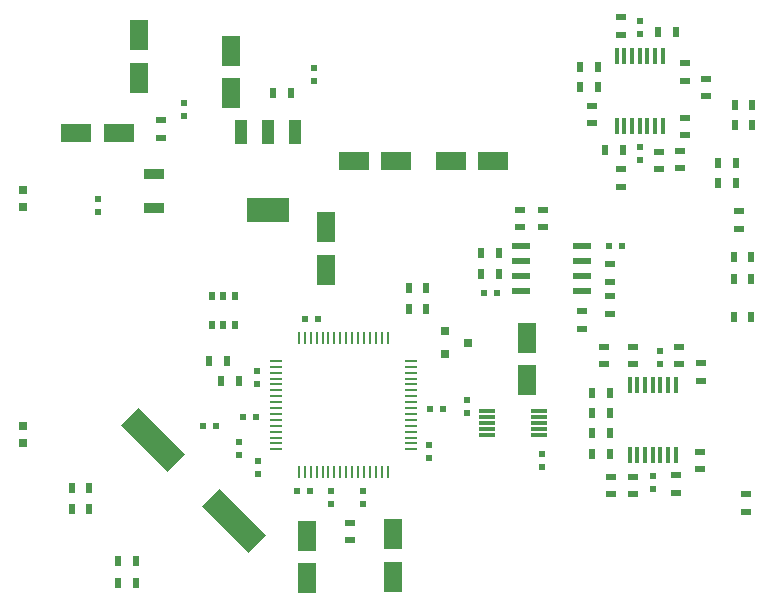
<source format=gbr>
%TF.GenerationSoftware,KiCad,Pcbnew,8.0.2*%
%TF.CreationDate,2025-12-07T10:49:54+01:00*%
%TF.ProjectId,Helios,48656c69-6f73-42e6-9b69-6361645f7063,rev?*%
%TF.SameCoordinates,Original*%
%TF.FileFunction,Paste,Top*%
%TF.FilePolarity,Positive*%
%FSLAX46Y46*%
G04 Gerber Fmt 4.6, Leading zero omitted, Abs format (unit mm)*
G04 Created by KiCad (PCBNEW 8.0.2) date 2025-12-07 10:49:54*
%MOMM*%
%LPD*%
G01*
G04 APERTURE LIST*
G04 Aperture macros list*
%AMRotRect*
0 Rectangle, with rotation*
0 The origin of the aperture is its center*
0 $1 length*
0 $2 width*
0 $3 Rotation angle, in degrees counterclockwise*
0 Add horizontal line*
21,1,$1,$2,0,0,$3*%
G04 Aperture macros list end*
%ADD10R,0.900000X0.500000*%
%ADD11R,3.657600X2.032000*%
%ADD12R,1.016000X2.032000*%
%ADD13R,0.500000X0.600000*%
%ADD14R,0.600000X0.500000*%
%ADD15R,0.797560X0.797560*%
%ADD16R,1.700000X0.900000*%
%ADD17R,0.500000X0.900000*%
%ADD18R,0.550000X0.800000*%
%ADD19R,0.800100X0.800100*%
%ADD20R,1.400000X0.300000*%
%ADD21R,0.450000X1.450000*%
%ADD22R,1.550000X0.600000*%
%ADD23R,0.250000X1.000000*%
%ADD24R,1.000000X0.250000*%
%ADD25RotRect,5.600700X2.100580X135.000000*%
%ADD26R,2.600960X1.600200*%
%ADD27R,1.600200X2.600960*%
G04 APERTURE END LIST*
D10*
%TO.C,R32*%
X150800000Y-126550000D03*
X150800000Y-128050000D03*
%TD*%
D11*
%TO.C,U2*%
X121800000Y-122002000D03*
D12*
X121800000Y-115398000D03*
X119514000Y-115398000D03*
X124086000Y-115398000D03*
%TD*%
D13*
%TO.C,C2*%
X107400000Y-122150000D03*
X107400000Y-121050000D03*
%TD*%
%TO.C,C3*%
X114700000Y-114050000D03*
X114700000Y-112950000D03*
%TD*%
%TO.C,C7*%
X125700000Y-111050000D03*
X125700000Y-109950000D03*
%TD*%
%TO.C,C10*%
X145000000Y-142650000D03*
X145000000Y-143750000D03*
%TD*%
%TO.C,C12*%
X138700000Y-138050000D03*
X138700000Y-139150000D03*
%TD*%
%TO.C,C13*%
X154400000Y-145600000D03*
X154400000Y-144500000D03*
%TD*%
%TO.C,C14*%
X155050000Y-133900000D03*
X155050000Y-135000000D03*
%TD*%
%TO.C,C15*%
X153300000Y-117750000D03*
X153300000Y-116650000D03*
%TD*%
D14*
%TO.C,C16*%
X140150000Y-129000000D03*
X141250000Y-129000000D03*
%TD*%
%TO.C,C17*%
X151800000Y-125000000D03*
X150700000Y-125000000D03*
%TD*%
D13*
%TO.C,C18*%
X153300000Y-105950000D03*
X153300000Y-107050000D03*
%TD*%
D14*
%TO.C,C19*%
X135550000Y-138800000D03*
X136650000Y-138800000D03*
%TD*%
D13*
%TO.C,C20*%
X120900000Y-136750000D03*
X120900000Y-135650000D03*
%TD*%
D14*
%TO.C,C21*%
X126050000Y-131200000D03*
X124950000Y-131200000D03*
%TD*%
D13*
%TO.C,C22*%
X129900000Y-145750000D03*
X129900000Y-146850000D03*
%TD*%
D14*
%TO.C,C25*%
X120850000Y-139500000D03*
X119750000Y-139500000D03*
%TD*%
D13*
%TO.C,C26*%
X127200000Y-145750000D03*
X127200000Y-146850000D03*
%TD*%
%TO.C,C27*%
X135500000Y-141850000D03*
X135500000Y-142950000D03*
%TD*%
%TO.C,C28*%
X121000000Y-143250000D03*
X121000000Y-144350000D03*
%TD*%
%TO.C,C29*%
X119400000Y-142750000D03*
X119400000Y-141650000D03*
%TD*%
D14*
%TO.C,C31*%
X117450000Y-140300000D03*
X116350000Y-140300000D03*
%TD*%
%TO.C,C32*%
X124250000Y-145800000D03*
X125350000Y-145800000D03*
%TD*%
D15*
%TO.C,D1*%
X101100000Y-121749300D03*
X101100000Y-120250700D03*
%TD*%
%TO.C,D2*%
X101100000Y-140250700D03*
X101100000Y-141749300D03*
%TD*%
D16*
%TO.C,F1*%
X112200000Y-121800000D03*
X112200000Y-118900000D03*
%TD*%
D10*
%TO.C,L1*%
X112800000Y-115850000D03*
X112800000Y-114350000D03*
%TD*%
D17*
%TO.C,L2*%
X122250000Y-112100000D03*
X123750000Y-112100000D03*
%TD*%
D10*
%TO.C,L3*%
X128750000Y-148450000D03*
X128750000Y-149950000D03*
%TD*%
D17*
%TO.C,R1*%
X117850000Y-136500000D03*
X119350000Y-136500000D03*
%TD*%
%TO.C,R2*%
X118350000Y-134800000D03*
X116850000Y-134800000D03*
%TD*%
%TO.C,R3*%
X162850000Y-113100000D03*
X161350000Y-113100000D03*
%TD*%
%TO.C,R4*%
X162850000Y-114800000D03*
X161350000Y-114800000D03*
%TD*%
%TO.C,R5*%
X161450000Y-118000000D03*
X159950000Y-118000000D03*
%TD*%
%TO.C,R6*%
X161450000Y-119700000D03*
X159950000Y-119700000D03*
%TD*%
D10*
%TO.C,R7*%
X161700000Y-122050000D03*
X161700000Y-123550000D03*
%TD*%
D17*
%TO.C,R8*%
X162750000Y-126000000D03*
X161250000Y-126000000D03*
%TD*%
%TO.C,R9*%
X162750000Y-127800000D03*
X161250000Y-127800000D03*
%TD*%
%TO.C,R10*%
X162750000Y-131000000D03*
X161250000Y-131000000D03*
%TD*%
D10*
%TO.C,R11*%
X162300000Y-147550000D03*
X162300000Y-146050000D03*
%TD*%
D17*
%TO.C,R12*%
X133750000Y-130400000D03*
X135250000Y-130400000D03*
%TD*%
%TO.C,R13*%
X133750000Y-128600000D03*
X135250000Y-128600000D03*
%TD*%
%TO.C,R14*%
X139850000Y-127400000D03*
X141350000Y-127400000D03*
%TD*%
%TO.C,R15*%
X141350000Y-125600000D03*
X139850000Y-125600000D03*
%TD*%
%TO.C,R16*%
X150750000Y-137500000D03*
X149250000Y-137500000D03*
%TD*%
%TO.C,R17*%
X150750000Y-140900000D03*
X149250000Y-140900000D03*
%TD*%
D10*
%TO.C,R18*%
X152700000Y-135050000D03*
X152700000Y-133550000D03*
%TD*%
%TO.C,R19*%
X156400000Y-144450000D03*
X156400000Y-145950000D03*
%TD*%
%TO.C,R20*%
X150300000Y-135050000D03*
X150300000Y-133550000D03*
%TD*%
%TO.C,R21*%
X158400000Y-142450000D03*
X158400000Y-143950000D03*
%TD*%
%TO.C,R22*%
X143200000Y-123450000D03*
X143200000Y-121950000D03*
%TD*%
%TO.C,R23*%
X145100000Y-121950000D03*
X145100000Y-123450000D03*
%TD*%
D17*
%TO.C,R24*%
X150750000Y-139200000D03*
X149250000Y-139200000D03*
%TD*%
%TO.C,R25*%
X150750000Y-142600000D03*
X149250000Y-142600000D03*
%TD*%
D10*
%TO.C,R26*%
X152700000Y-144550000D03*
X152700000Y-146050000D03*
%TD*%
%TO.C,R27*%
X156650000Y-135050000D03*
X156650000Y-133550000D03*
%TD*%
%TO.C,R28*%
X150900000Y-144550000D03*
X150900000Y-146050000D03*
%TD*%
%TO.C,R29*%
X158450000Y-136450000D03*
X158450000Y-134950000D03*
%TD*%
%TO.C,R30*%
X148400000Y-130550000D03*
X148400000Y-132050000D03*
%TD*%
%TO.C,R31*%
X150800000Y-130750000D03*
X150800000Y-129250000D03*
%TD*%
%TO.C,R33*%
X149300000Y-114650000D03*
X149300000Y-113150000D03*
%TD*%
D17*
%TO.C,R34*%
X149750000Y-109900000D03*
X148250000Y-109900000D03*
%TD*%
%TO.C,R35*%
X149750000Y-111600000D03*
X148250000Y-111600000D03*
%TD*%
D10*
%TO.C,R36*%
X151700000Y-118550000D03*
X151700000Y-120050000D03*
%TD*%
D17*
%TO.C,R37*%
X156350000Y-106900000D03*
X154850000Y-106900000D03*
%TD*%
%TO.C,R38*%
X150350000Y-116900000D03*
X151850000Y-116900000D03*
%TD*%
D10*
%TO.C,R39*%
X157100000Y-111050000D03*
X157100000Y-109550000D03*
%TD*%
%TO.C,R40*%
X156700000Y-116950000D03*
X156700000Y-118450000D03*
%TD*%
%TO.C,R41*%
X151700000Y-107150000D03*
X151700000Y-105650000D03*
%TD*%
%TO.C,R42*%
X154900000Y-117050000D03*
X154900000Y-118550000D03*
%TD*%
%TO.C,R43*%
X158900000Y-112350000D03*
X158900000Y-110850000D03*
%TD*%
%TO.C,R44*%
X157100000Y-114150000D03*
X157100000Y-115650000D03*
%TD*%
D17*
%TO.C,R45*%
X110650000Y-153550000D03*
X109150000Y-153550000D03*
%TD*%
%TO.C,R46*%
X110650000Y-151700000D03*
X109150000Y-151700000D03*
%TD*%
%TO.C,R47*%
X106700000Y-147300000D03*
X105200000Y-147300000D03*
%TD*%
%TO.C,R48*%
X106700000Y-145500000D03*
X105200000Y-145500000D03*
%TD*%
D18*
%TO.C,U1*%
X117100000Y-129300000D03*
X118050000Y-129300000D03*
X119000000Y-129300000D03*
X119000000Y-131700000D03*
X118050000Y-131700000D03*
X117100000Y-131700000D03*
%TD*%
D19*
%TO.C,U3*%
X136799240Y-132250000D03*
X136799240Y-134150000D03*
X138798220Y-133200000D03*
%TD*%
D20*
%TO.C,U5*%
X144800000Y-141000000D03*
X144800000Y-140500000D03*
X144800000Y-140000000D03*
X144800000Y-139500000D03*
X144800000Y-139000000D03*
X140400000Y-139000000D03*
X140400000Y-139500000D03*
X140400000Y-140000000D03*
X140400000Y-140500000D03*
X140400000Y-141000000D03*
%TD*%
D21*
%TO.C,U6*%
X152450000Y-142700000D03*
X153100000Y-142700000D03*
X153750000Y-142700000D03*
X154400000Y-142700000D03*
X155050000Y-142700000D03*
X155700000Y-142700000D03*
X156350000Y-142700000D03*
X156350000Y-136800000D03*
X155700000Y-136800000D03*
X155050000Y-136800000D03*
X154400000Y-136800000D03*
X153750000Y-136800000D03*
X153100000Y-136800000D03*
X152450000Y-136800000D03*
%TD*%
D22*
%TO.C,U7*%
X143250000Y-125045000D03*
X143250000Y-126315000D03*
X143250000Y-127585000D03*
X143250000Y-128855000D03*
X148400000Y-128855000D03*
X148400000Y-127585000D03*
X148400000Y-126315000D03*
X148400000Y-125045000D03*
%TD*%
D21*
%TO.C,U8*%
X151350000Y-114850000D03*
X152000000Y-114850000D03*
X152650000Y-114850000D03*
X153300000Y-114850000D03*
X153950000Y-114850000D03*
X154600000Y-114850000D03*
X155250000Y-114850000D03*
X155250000Y-108950000D03*
X154600000Y-108950000D03*
X153950000Y-108950000D03*
X153300000Y-108950000D03*
X152650000Y-108950000D03*
X152000000Y-108950000D03*
X151350000Y-108950000D03*
%TD*%
D23*
%TO.C,U9*%
X124450000Y-144200000D03*
X124950000Y-144200000D03*
X125450000Y-144200000D03*
X125950000Y-144200000D03*
X126450000Y-144200000D03*
X126950000Y-144200000D03*
X127450000Y-144200000D03*
X127950000Y-144200000D03*
X128450000Y-144200000D03*
X128950000Y-144200000D03*
X129450000Y-144200000D03*
X129950000Y-144200000D03*
X130450000Y-144200000D03*
X130950000Y-144200000D03*
X131450000Y-144200000D03*
X131950000Y-144200000D03*
D24*
X133900000Y-142250000D03*
X133900000Y-141750000D03*
X133900000Y-141250000D03*
X133900000Y-140750000D03*
X133900000Y-140250000D03*
X133900000Y-139750000D03*
X133900000Y-139250000D03*
X133900000Y-138750000D03*
X133900000Y-138250000D03*
X133900000Y-137750000D03*
X133900000Y-137250000D03*
X133900000Y-136750000D03*
X133900000Y-136250000D03*
X133900000Y-135750000D03*
X133900000Y-135250000D03*
X133900000Y-134750000D03*
D23*
X131950000Y-132800000D03*
X131450000Y-132800000D03*
X130950000Y-132800000D03*
X130450000Y-132800000D03*
X129950000Y-132800000D03*
X129450000Y-132800000D03*
X128950000Y-132800000D03*
X128450000Y-132800000D03*
X127950000Y-132800000D03*
X127450000Y-132800000D03*
X126950000Y-132800000D03*
X126450000Y-132800000D03*
X125950000Y-132800000D03*
X125450000Y-132800000D03*
X124950000Y-132800000D03*
X124450000Y-132800000D03*
D24*
X122500000Y-134750000D03*
X122500000Y-135250000D03*
X122500000Y-135750000D03*
X122500000Y-136250000D03*
X122500000Y-136750000D03*
X122500000Y-137250000D03*
X122500000Y-137750000D03*
X122500000Y-138250000D03*
X122500000Y-138750000D03*
X122500000Y-139250000D03*
X122500000Y-139750000D03*
X122500000Y-140250000D03*
X122500000Y-140750000D03*
X122500000Y-141250000D03*
X122500000Y-141750000D03*
X122500000Y-142250000D03*
%TD*%
D25*
%TO.C,Y1*%
X118978662Y-148328662D03*
X112121338Y-141471338D03*
%TD*%
D26*
%TO.C,C1*%
X109200860Y-115500000D03*
X105599140Y-115500000D03*
%TD*%
D27*
%TO.C,C4*%
X110900000Y-110800860D03*
X110900000Y-107199140D03*
%TD*%
%TO.C,C6*%
X118700000Y-112100860D03*
X118700000Y-108499140D03*
%TD*%
D26*
%TO.C,C8*%
X140900860Y-117800000D03*
X137299140Y-117800000D03*
%TD*%
%TO.C,C9*%
X132700860Y-117800000D03*
X129099140Y-117800000D03*
%TD*%
D27*
%TO.C,C11*%
X143750000Y-136400860D03*
X143750000Y-132799140D03*
%TD*%
%TO.C,C23*%
X126700000Y-127050860D03*
X126700000Y-123449140D03*
%TD*%
%TO.C,C24*%
X132450000Y-149449140D03*
X132450000Y-153050860D03*
%TD*%
%TO.C,C30*%
X125150000Y-149549140D03*
X125150000Y-153150860D03*
%TD*%
M02*

</source>
